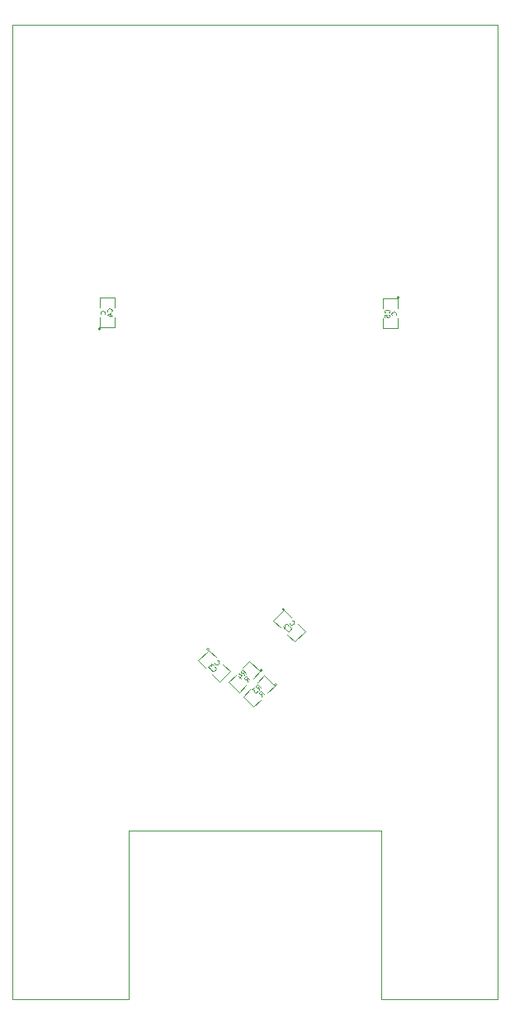
<source format=gbo>
G04 (created by PCBNEW (25-Oct-2014 BZR 4029)-stable) date Sat 16 May 2015 01:40:02 JST*
%MOIN*%
G04 Gerber Fmt 3.4, Leading zero omitted, Abs format*
%FSLAX34Y34*%
G01*
G70*
G90*
G04 APERTURE LIST*
%ADD10C,0.00590551*%
%ADD11C,0.00393701*%
%ADD12C,0.0039*%
%ADD13C,0.0043*%
G04 APERTURE END LIST*
G54D10*
G54D11*
X30600Y-11700D02*
X50200Y-11700D01*
X30600Y-51000D02*
X35300Y-51000D01*
X45500Y-51000D02*
X50200Y-51000D01*
X35300Y-44200D02*
X45500Y-44200D01*
X35300Y-44200D02*
X35300Y-51000D01*
X45500Y-44200D02*
X45500Y-51000D01*
X30600Y-51000D02*
X30600Y-11700D01*
X50200Y-51000D02*
X50200Y-11700D01*
G54D12*
X34159Y-23957D02*
G75*
G03X34159Y-23957I-50J0D01*
G74*
G01*
X34109Y-23507D02*
X34109Y-23907D01*
X34109Y-23907D02*
X34709Y-23907D01*
X34709Y-23907D02*
X34709Y-23507D01*
X34709Y-23107D02*
X34709Y-22707D01*
X34709Y-22707D02*
X34109Y-22707D01*
X34109Y-22707D02*
X34109Y-23107D01*
X46216Y-22696D02*
G75*
G03X46216Y-22696I-50J0D01*
G74*
G01*
X46166Y-23146D02*
X46166Y-22746D01*
X46166Y-22746D02*
X45566Y-22746D01*
X45566Y-22746D02*
X45566Y-23146D01*
X45566Y-23546D02*
X45566Y-23946D01*
X45566Y-23946D02*
X46166Y-23946D01*
X46166Y-23946D02*
X46166Y-23546D01*
X38542Y-36887D02*
G75*
G03X38542Y-36887I-49J0D01*
G74*
G01*
X38810Y-37205D02*
X38528Y-36922D01*
X38528Y-36922D02*
X38103Y-37346D01*
X38103Y-37346D02*
X38386Y-37629D01*
X38669Y-37912D02*
X38952Y-38195D01*
X38952Y-38195D02*
X39376Y-37771D01*
X39376Y-37771D02*
X39093Y-37488D01*
X41574Y-35273D02*
G75*
G03X41574Y-35273I-49J0D01*
G74*
G01*
X41842Y-35591D02*
X41559Y-35308D01*
X41559Y-35308D02*
X41135Y-35732D01*
X41135Y-35732D02*
X41418Y-36015D01*
X41700Y-36298D02*
X41983Y-36581D01*
X41983Y-36581D02*
X42408Y-36157D01*
X42408Y-36157D02*
X42125Y-35874D01*
X40682Y-37744D02*
G75*
G03X40682Y-37744I-49J0D01*
G74*
G01*
X40314Y-38062D02*
X40597Y-37779D01*
X40597Y-37779D02*
X40172Y-37355D01*
X40172Y-37355D02*
X39889Y-37638D01*
X39607Y-37921D02*
X39324Y-38204D01*
X39324Y-38204D02*
X39748Y-38628D01*
X39748Y-38628D02*
X40031Y-38345D01*
X41272Y-38335D02*
G75*
G03X41272Y-38335I-49J0D01*
G74*
G01*
X40904Y-38653D02*
X41187Y-38370D01*
X41187Y-38370D02*
X40763Y-37946D01*
X40763Y-37946D02*
X40480Y-38229D01*
X40197Y-38511D02*
X39914Y-38794D01*
X39914Y-38794D02*
X40339Y-39219D01*
X40339Y-39219D02*
X40621Y-38936D01*
G54D13*
X34595Y-23274D02*
X34604Y-23264D01*
X34614Y-23236D01*
X34614Y-23217D01*
X34604Y-23189D01*
X34586Y-23171D01*
X34567Y-23161D01*
X34529Y-23152D01*
X34501Y-23152D01*
X34464Y-23161D01*
X34445Y-23171D01*
X34426Y-23189D01*
X34417Y-23217D01*
X34417Y-23236D01*
X34426Y-23264D01*
X34435Y-23274D01*
X34482Y-23443D02*
X34614Y-23443D01*
X34407Y-23396D02*
X34548Y-23349D01*
X34548Y-23471D01*
X34320Y-23368D02*
X34329Y-23358D01*
X34339Y-23330D01*
X34339Y-23311D01*
X34329Y-23283D01*
X34311Y-23264D01*
X34292Y-23255D01*
X34254Y-23246D01*
X34226Y-23246D01*
X34189Y-23255D01*
X34170Y-23264D01*
X34151Y-23283D01*
X34142Y-23311D01*
X34142Y-23330D01*
X34151Y-23358D01*
X34160Y-23368D01*
X45802Y-23313D02*
X45811Y-23304D01*
X45820Y-23276D01*
X45820Y-23257D01*
X45811Y-23229D01*
X45792Y-23210D01*
X45773Y-23201D01*
X45736Y-23191D01*
X45708Y-23191D01*
X45670Y-23201D01*
X45652Y-23210D01*
X45633Y-23229D01*
X45623Y-23257D01*
X45623Y-23276D01*
X45633Y-23304D01*
X45642Y-23313D01*
X45623Y-23491D02*
X45623Y-23398D01*
X45717Y-23388D01*
X45708Y-23398D01*
X45698Y-23416D01*
X45698Y-23463D01*
X45708Y-23482D01*
X45717Y-23491D01*
X45736Y-23501D01*
X45783Y-23501D01*
X45802Y-23491D01*
X45811Y-23482D01*
X45820Y-23463D01*
X45820Y-23416D01*
X45811Y-23398D01*
X45802Y-23388D01*
X46077Y-23407D02*
X46086Y-23398D01*
X46095Y-23369D01*
X46095Y-23351D01*
X46086Y-23323D01*
X46067Y-23304D01*
X46048Y-23294D01*
X46011Y-23285D01*
X45983Y-23285D01*
X45945Y-23294D01*
X45927Y-23304D01*
X45908Y-23323D01*
X45898Y-23351D01*
X45898Y-23369D01*
X45908Y-23398D01*
X45917Y-23407D01*
X38631Y-37713D02*
X38631Y-37727D01*
X38645Y-37753D01*
X38658Y-37766D01*
X38684Y-37780D01*
X38711Y-37780D01*
X38731Y-37773D01*
X38764Y-37753D01*
X38784Y-37733D01*
X38804Y-37700D01*
X38810Y-37680D01*
X38810Y-37654D01*
X38797Y-37627D01*
X38784Y-37614D01*
X38757Y-37601D01*
X38744Y-37601D01*
X38711Y-37541D02*
X38625Y-37455D01*
X38618Y-37554D01*
X38598Y-37534D01*
X38578Y-37528D01*
X38565Y-37528D01*
X38545Y-37534D01*
X38512Y-37567D01*
X38505Y-37587D01*
X38505Y-37601D01*
X38512Y-37620D01*
X38552Y-37660D01*
X38572Y-37667D01*
X38585Y-37667D01*
X38759Y-37452D02*
X38759Y-37466D01*
X38773Y-37492D01*
X38786Y-37506D01*
X38813Y-37519D01*
X38839Y-37519D01*
X38859Y-37512D01*
X38892Y-37492D01*
X38912Y-37472D01*
X38932Y-37439D01*
X38939Y-37419D01*
X38939Y-37393D01*
X38925Y-37366D01*
X38912Y-37353D01*
X38886Y-37340D01*
X38872Y-37340D01*
X41663Y-36099D02*
X41663Y-36112D01*
X41676Y-36139D01*
X41689Y-36152D01*
X41716Y-36165D01*
X41742Y-36165D01*
X41762Y-36159D01*
X41796Y-36139D01*
X41815Y-36119D01*
X41835Y-36086D01*
X41842Y-36066D01*
X41842Y-36039D01*
X41829Y-36013D01*
X41815Y-36000D01*
X41789Y-35986D01*
X41776Y-35986D01*
X41723Y-35933D02*
X41723Y-35920D01*
X41716Y-35900D01*
X41683Y-35867D01*
X41663Y-35860D01*
X41650Y-35860D01*
X41630Y-35867D01*
X41616Y-35880D01*
X41603Y-35907D01*
X41603Y-36066D01*
X41517Y-35980D01*
X41791Y-35838D02*
X41791Y-35852D01*
X41804Y-35878D01*
X41818Y-35891D01*
X41844Y-35905D01*
X41871Y-35905D01*
X41890Y-35898D01*
X41924Y-35878D01*
X41944Y-35858D01*
X41963Y-35825D01*
X41970Y-35805D01*
X41970Y-35779D01*
X41957Y-35752D01*
X41944Y-35739D01*
X41917Y-35726D01*
X41904Y-35726D01*
X39951Y-37936D02*
X39931Y-37824D01*
X40031Y-37857D02*
X39892Y-37718D01*
X39839Y-37771D01*
X39832Y-37790D01*
X39832Y-37804D01*
X39839Y-37824D01*
X39858Y-37844D01*
X39878Y-37850D01*
X39892Y-37850D01*
X39912Y-37844D01*
X39965Y-37790D01*
X39739Y-37963D02*
X39832Y-38056D01*
X39719Y-37877D02*
X39852Y-37943D01*
X39766Y-38029D01*
X40079Y-38197D02*
X40060Y-38084D01*
X40159Y-38118D02*
X40020Y-37978D01*
X39967Y-38031D01*
X39960Y-38051D01*
X39960Y-38065D01*
X39967Y-38084D01*
X39987Y-38104D01*
X40006Y-38111D01*
X40020Y-38111D01*
X40040Y-38104D01*
X40093Y-38051D01*
X40542Y-38527D02*
X40522Y-38414D01*
X40621Y-38447D02*
X40482Y-38308D01*
X40429Y-38361D01*
X40422Y-38381D01*
X40422Y-38394D01*
X40429Y-38414D01*
X40449Y-38434D01*
X40469Y-38441D01*
X40482Y-38441D01*
X40502Y-38434D01*
X40555Y-38381D01*
X40356Y-38434D02*
X40270Y-38520D01*
X40369Y-38527D01*
X40350Y-38547D01*
X40343Y-38567D01*
X40343Y-38580D01*
X40350Y-38600D01*
X40383Y-38633D01*
X40403Y-38640D01*
X40416Y-38640D01*
X40436Y-38633D01*
X40476Y-38593D01*
X40482Y-38573D01*
X40482Y-38560D01*
X40670Y-38788D02*
X40650Y-38675D01*
X40750Y-38708D02*
X40610Y-38569D01*
X40557Y-38622D01*
X40551Y-38642D01*
X40551Y-38655D01*
X40557Y-38675D01*
X40577Y-38695D01*
X40597Y-38702D01*
X40610Y-38702D01*
X40630Y-38695D01*
X40683Y-38642D01*
M02*

</source>
